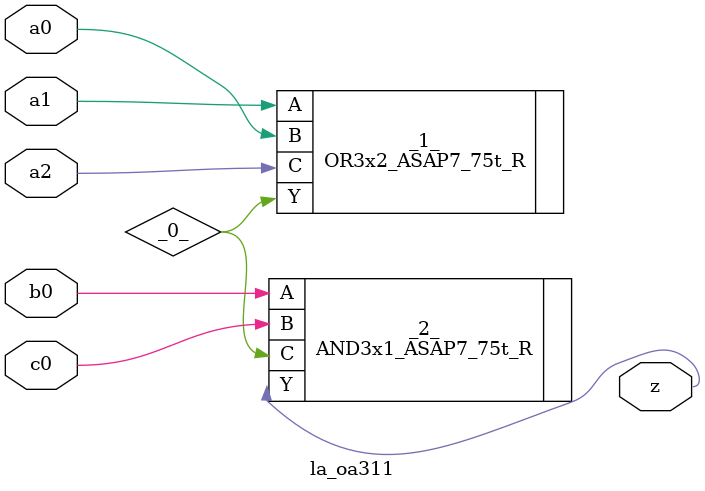
<source format=v>

/* Generated by Yosys 0.37 (git sha1 a5c7f69ed, clang 14.0.0-1ubuntu1.1 -fPIC -Os) */

module la_oa311(a0, a1, a2, b0, c0, z);
  wire _0_;
  input a0;
  wire a0;
  input a1;
  wire a1;
  input a2;
  wire a2;
  input b0;
  wire b0;
  input c0;
  wire c0;
  output z;
  wire z;
  OR3x2_ASAP7_75t_R _1_ (
    .A(a1),
    .B(a0),
    .C(a2),
    .Y(_0_)
  );
  AND3x1_ASAP7_75t_R _2_ (
    .A(b0),
    .B(c0),
    .C(_0_),
    .Y(z)
  );
endmodule

</source>
